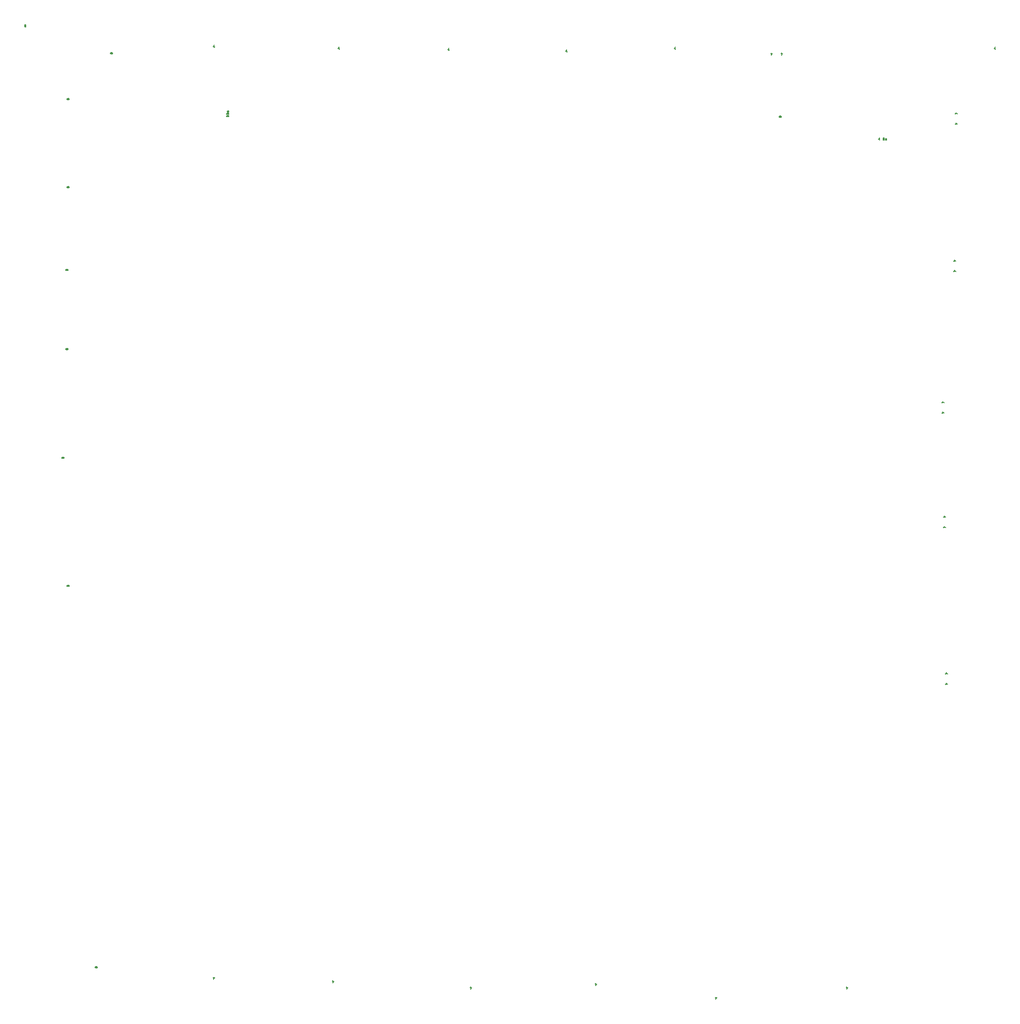
<source format=gbr>
%FSTAX25Y25*%
%MOIN*%
%SFA1B1*%

%IPPOS*%
%ADD34C,0.007874*%
%ADD61C,0.005000*%
G54D61*
X0048196Y0908746D02*
X0048164Y0908726D01*
X0048307*
X0048346*
X0048282*
X0048321Y0908687*
X0048405*
X0048484Y0908647*
X0048479*
X0048445Y0908681*
X0048484Y0908642*
X0048524Y0908602*
X0048636Y090849*
X0048529*
Y09087*
Y0908411*
X0048568*
Y0908563*
X0048608Y0908484*
Y0908444*
X0048674Y0908313*
X0048687Y0908287*
Y0908208*
X0048726Y0908129*
Y090807*
Y0907912*
X0048765Y0907794*
Y0907716*
Y0907677*
Y0907637*
Y0907598*
Y0907662*
X0048726Y0907623*
Y090744*
Y0907362*
Y0907245*
X0048687Y0907127*
Y090715*
X0048647Y0907111*
Y0906968*
Y0907032*
X0048608Y0906993*
Y0906909*
X0048613Y0906919*
X0048563Y0906869*
X0048524Y090683*
X0048372Y0906678*
Y0906785*
X0048523*
X0048392Y0906719*
X0048366Y0906706*
X0048345*
X0048227Y0906667*
X0048188*
X0048149*
X0048213*
X0048174Y0906706*
X0047992*
X0048011*
X0047933Y0906746*
X0047938*
X0047898Y0906785*
X0047859*
X0047893Y0906751*
X0047853Y090679*
X0047814Y090683*
X0047775Y0906869*
X0047809Y0906835*
Y0906875*
X0047769Y0906914*
Y0906953*
X0047685Y0907037*
X004769Y0907027*
Y0907106*
X0047651Y0907185*
Y0907165*
Y0907204*
Y0907244*
Y0907387*
X0047612Y0907426*
Y0907362*
Y0907401*
Y090748*
Y0907519*
Y0907598*
Y0907637*
Y0907716*
Y0907755*
Y0907795*
Y0907834*
Y0907874*
Y0907913*
Y0907952*
Y090803*
X0047651Y0908148*
Y0908248*
X004769Y0908326*
Y0908425*
Y0908214*
X004773*
Y0908503*
Y0908439*
X0047725Y0908434*
X0047782Y0908549*
X0047803Y0908592*
X0047814Y0908602*
X004782Y0908608*
X0048005*
Y0908647*
X0047898*
X0047938Y0908687*
X0047972*
X0048051Y0908726*
X0048111*
X0048229Y0908765*
X0048196Y0908746*
X00478Y09069D02*
Y09085D01*
X00483Y09068D02*
Y09086D01*
X0409159Y088719D02*
X0409513D01*
Y0887375*
X0409159*
Y0886785*
X0409344*
Y0887375*
X0408242*
Y0887359*
X04093Y0888805*
X0409159*
Y088719*
X04084Y08875D02*
Y08876D01*
X04089Y08875D02*
Y08882D01*
X04094Y08873D02*
D01*
X0221102Y0835301D02*
X0221141D01*
X0221181*
X0221161*
X022124Y0835261*
X0221358*
X0221384Y0835248*
X0221515Y0835183*
X022151*
X0221476Y0835216*
X0221516Y0835177*
X0221555Y0835138*
X0221594Y0835098*
X0221673Y083502*
X0221639Y0835053*
Y0835014*
X0221679Y0834975*
Y0834896*
X0221718Y0834857*
Y0834822*
X0221757Y0834744*
Y0834685*
Y0834645*
Y0834709*
X0221718Y083467*
Y0834527*
Y0834528*
X0221679Y083441*
Y0834434*
X0221684Y0834439*
X02216Y0834271*
Y0834276*
X0221634Y083431*
X0221668Y0834344*
X0221482*
Y0834305*
X0221442*
Y0834265*
X0221549*
X022151Y0834226*
X0221471*
X0221431Y0834187*
X0221353*
X0221313Y0834147*
X0221279*
X02212Y0834108*
X022122*
X0221141*
X0221023*
X0220984*
X0220944*
X0220905*
X0220866*
X0220885*
X0220807Y0834147*
X0220708*
X0220733*
X0220738Y0834142*
X022057Y0834226*
X0220531*
X022058Y0834202*
X0220523Y083426*
X0220525Y0834258*
Y0834423*
X0220486*
Y0834316*
X0220446Y0834355*
Y0834394*
X0220407Y0834434*
Y0834429*
X0220349Y0834544*
X0220328Y0834607*
Y0834645*
Y0834685*
Y0834724*
Y0834763*
Y0834699*
X0220368Y0834738*
Y0834881*
Y0834862*
X0220407Y083494*
Y0834975*
X0220373Y0834941*
X0220441Y0835009*
X0220525Y0835177*
Y0835121*
X0220604Y083516*
Y0835104*
X0220497*
X0220609Y0835216*
X0220575Y0835183*
X0220615*
X0220654Y0835222*
X0220733*
X0220772Y0835261*
X0220851*
X022089Y0835301*
X0220866*
X0220944*
X0221023*
X0221062*
X0221102*
X02206Y08343D02*
X02215D01*
X02205Y08348D02*
X02216D01*
X0220826Y0833293D02*
X0220866D01*
X0220905*
X0220984*
X0221061*
X0221179Y0833253*
X0221338*
X0221274*
X0221313Y0833214*
X0221353*
X0221392Y0833175*
X0221431*
X0221426Y083318*
X0221541Y0833122*
X022162Y0833083*
X0221647Y0833047*
X0221639Y0833056*
Y0833006*
X0221723Y0832922*
X0221718Y0832933*
Y0832854*
X0221757Y0832775*
Y0832755*
Y0832716*
Y0832677*
Y0832741*
X0221718Y0832701*
Y0832559*
Y0832519*
Y0832583*
X0221679Y0832544*
Y083246*
X0221673Y083246*
X0221634Y083242*
X0221594Y0832381*
X0221555Y0832342*
X0221516Y0832302*
X0221549Y0832336*
X0221555*
X0221476Y0832297*
X0221437*
X0221358Y0832257*
X0221279*
X02212Y0832218*
X022114*
X0221022Y0832179*
X0220944*
X0220826*
X0220708*
X0220669*
X0220629*
X022059*
X0220551*
X0220511*
X0220472*
X0220394*
X0220276Y0832218*
X0220177*
X0220098Y0832257*
X022*
X0220064*
X0220024Y0832297*
X0219985*
X021999Y0832292*
X0219875Y0832349*
X0219833Y083237*
X0219822Y0832381*
X0219816Y0832387*
Y0832572*
X0219777*
Y0832465*
X0219738Y0832505*
Y0832539*
X0219698Y0832618*
Y0832678*
X0219695Y0832688*
X0219698Y0832691*
Y0832874*
Y0832913*
Y0832893*
X0219711Y0832919*
X0219777Y0833051*
Y0833046*
X0219743Y0833012*
X0219783Y0833051*
X0219822Y083309*
X0219833Y0833101*
X0219911Y083314*
X0219906Y0833135*
X0219901*
X0220069Y0833219*
X0220064Y0833214*
X0220098*
X0220177Y0833253*
X0220157*
X02203*
X0220339Y0833293*
X0220275*
X0220314*
X0220354*
X0220393*
X0220472*
X0220511*
X022059*
X0220629*
X0220708*
X0220748*
X0220787*
X0220826*
X02199Y08324D02*
X02215D01*
X02198Y08329D02*
X02216D01*
X0220826Y0831364D02*
X0220866D01*
X0220846*
X0220925Y0831324*
X0221102*
X0221179*
X0221298Y0831285*
X0221274*
X0221313Y0831246*
X0221456*
X0221392*
X0221431Y0831206*
X0221515*
X0221505Y0831211*
X0221584Y0831133*
X0221624Y0831112*
X0221737Y0831041*
X0221639Y0831087*
Y0831122*
X0221723Y0830954*
X0221718Y0830959*
Y0830943*
X0221757Y0830825*
Y0830787*
Y0830748*
Y0830812*
X0221718Y0830772*
Y0830629*
Y0830551*
Y0830615*
X0221679Y0830575*
Y0830536*
X0221712Y083057*
X0221644Y0830502*
X0221605Y0830423*
X0221594Y0830412*
X0221628Y0830446*
X0221442*
Y0830407*
X0221549*
X022151Y0830368*
X0221431*
X0221392Y0830328*
X0221358*
X0221226Y0830262*
X02212Y083025*
X022114*
X0221022Y083021*
X0220944*
X0220826*
X0220708*
X0220669*
X0220629*
X022059*
X0220551*
X0220511*
X0220472*
X0220394*
X0220315Y0830237*
X0220158Y0830289*
X0220039*
X0220103*
X0220064Y0830328*
X0219921*
X0219985*
X021999Y0830323*
X0219875Y0830381*
X0219816Y083044*
X0219816Y0830439*
Y0830604*
X0219777*
Y0830497*
X0219738Y0830536*
Y083057*
X0219698Y0830649*
Y0830709*
X0219659Y0830827*
X0219642Y0830758*
X0219698Y0830989*
Y0830905*
Y0830944*
Y083092*
X0219693Y0830914*
X0219777Y0831082*
Y0831077*
X0219743Y0831043*
X0219783Y0831083*
X0219822Y0831122*
X0219833Y0831133*
X0220013Y0831223*
Y0831167*
X0219906*
X0219946Y0831206*
X0220024*
X0220108Y083129*
X0220098Y0831285*
X0220118*
X0220407*
Y0831324*
X0220196*
X0220236*
X0220275*
X0220314*
X0220354*
X0220452*
X0220531Y0831364*
X0220511*
X022059*
X0220629*
X0220708*
X0220748*
X0220787*
X0220826*
X02199Y08304D02*
X02215D01*
X02198Y08309D02*
X02216D01*
X0691811Y0830891D02*
X0691889D01*
X0691929*
X0691968*
X0692046*
X0692164Y0830852*
X0692219*
X0692258Y0830812*
X069219*
Y0830773*
X069248*
X069246*
X0692493Y0830747*
X069256Y0830707*
X0692647Y0830621*
X0692624Y0830632*
Y0830748*
Y0830458*
X0692663*
Y083061*
X0692729Y0830478*
X0692742Y0830452*
Y0830433*
Y0830314*
Y0830275*
Y0830236*
Y0830196*
Y0830261*
X0692702Y0830221*
Y0830078*
Y0830098*
X0692663Y0830009*
X069267Y0830031*
X0692657Y0830019*
X0692618Y0829979*
X0692505Y0829867*
Y0829974*
X0692716*
X0692573*
X0692534Y0829935*
X0692494*
X069241Y0829851*
X0692421Y0829856*
X0692381*
X0692303Y0829816*
X0692242*
X0692124Y0829777*
X0692086*
X0691927*
X0691809Y0829738*
X0691732*
X0691692*
X0691653*
X0691614*
X0691574*
X0691599*
X069156Y0829777*
X0691338*
X0691261*
X0691142Y0829816*
X0691122*
X0691043Y0829856*
X0691048*
X0691009Y0829895*
X069093*
X0690935Y082989*
X0690856Y0829929*
X0690835Y0829951*
X0690745Y0830131*
X0690801*
Y0830171*
X0690761*
Y0830103*
X0690677Y0830187*
X0690683Y0830177*
Y0830236*
Y0830314*
Y0830354*
Y0830393*
Y0830433*
Y0830408*
X0690722Y0830447*
Y0830526*
X0690761Y0830565*
Y0830605*
X0690727Y0830571*
X0690796Y0830639*
X0690816Y0830679*
X069085Y0830704*
X0690839Y0830694*
X0690846*
X0691014Y0830778*
X0691009Y0830773*
X0691087*
X0691171Y0830857*
X0691161Y0830852*
X0691141*
X0691181*
X069122*
X0691363*
X0691402Y0830891*
X0691377*
X0691417*
X0691456*
X0691535*
X0691574*
X0691653*
X0691732*
X0691771*
X0691811*
X0691Y08299D02*
X06924D01*
X06908Y08304D02*
X06927D01*
X0602072Y0888175D02*
X0602427D01*
Y0888399*
X0602072*
Y0887809*
X0602297*
Y0888399*
X0601194*
Y0888345*
X0602216Y0889789*
X0602072*
Y0888175*
X06015Y08885D02*
Y08887D01*
X0602Y08885D02*
Y08895D01*
X0509671Y0885694D02*
X0509986D01*
Y0885879*
X0509671*
Y0885289*
X0509856*
Y0885879*
X0508753*
Y0885865*
X0509775Y0887309*
X0509671*
Y0885694*
X0509Y0886D02*
Y08861D01*
X05095Y0886D02*
Y08868D01*
X0315655Y0888175D02*
X0316009D01*
Y0888399*
X0315655*
Y0887809*
X031584*
Y0888399*
X0314738*
Y0888343*
X0315796Y0889789*
X0315655*
Y0888175*
X0315Y08885D02*
Y08887D01*
X03155Y08885D02*
Y08893D01*
X0209159Y0889671D02*
X0209513D01*
Y0889895*
X0209159*
Y0889305*
X0209344*
Y0889895*
X0208242*
Y0889841*
X0209301Y0891324*
X0209159*
Y0889671*
X02085Y089D02*
Y08902D01*
X0209Y089D02*
Y08908D01*
X087471Y0888175D02*
X0875064D01*
Y0888399*
X087471*
Y0887809*
X0874895*
Y0888399*
X0873832*
Y0888345*
X0874853Y0889789*
X087471*
Y0888175*
X08741Y08885D02*
Y08887D01*
X08746Y08885D02*
Y08893D01*
X0776167Y0810694D02*
X0776482D01*
Y0810879*
X0776167*
Y0810289*
X0776352*
Y0810879*
X077525*
Y0810865*
X0776271Y0812309*
X0776167*
Y0810694*
X07754Y0811D02*
Y08111D01*
X07759Y0811D02*
Y08117D01*
X07764Y08108D02*
D01*
X07816Y0811639D02*
X0781889D01*
X0781929*
X0781968*
X0781967*
X0782085Y08116*
X0782106*
X0782106Y0811594*
X0782146Y0811555*
X0782214Y0811487*
X078219Y0811499*
Y081151*
X0782303Y0811398*
X0782342Y0811358*
X0782309Y0811392*
Y0811397*
X0782348Y0811318*
Y0811279*
X0782387Y08112*
Y081122*
Y0811082*
X0782427Y0811003*
Y0810984*
Y0810944*
Y0811009*
X0782387Y0810969*
Y0810826*
Y0810787*
Y0810749*
X0782348Y0810631*
Y081057*
X0782309Y0810492*
Y0810643*
X0782269*
Y0810457*
X0782303Y0810491*
X0782264Y0810452*
X0782185Y0810373*
X0782174Y0810362*
X0782096Y0810323*
X0782101Y0810328*
X0782061*
X0782022Y0810289*
X0782047*
X0781909*
X078183Y081025*
X0781811*
X0781771*
X0781732*
X0781692*
X0781757*
X0781717Y0810289*
X0781633*
X0781555Y0810328*
X078152*
X0781481Y0810368*
X0781397*
X0781397Y0810373*
X0781431Y0810339*
Y0810525*
X0781391*
Y0810418*
X0781352Y0810457*
Y0810497*
X0781312Y0810536*
Y0810575*
X0781273Y0810615*
Y0810649*
X0781234Y0810728*
Y0810767*
X0781194Y0810846*
Y0810866*
Y0810944*
Y0810984*
Y0811023*
Y0811003*
X0781234Y0811082*
Y0811181*
Y0811259*
Y081124*
X0781273Y0811318*
Y0811358*
X0781299Y081139*
X0781339Y0811458*
X0781357Y0811476*
X0781397Y0811516*
X0781436Y0811555*
X0781402Y0811521*
X0781442*
X0781481Y0811561*
X078152*
X0781591Y0811631*
X0781615Y0811639*
X0781692*
X0781791*
X078187Y0811679*
X07816*
Y0811639*
X07814Y08105D02*
Y08115D01*
X07819Y08104D02*
Y08115D01*
X0779921Y0812309D02*
X077996D01*
X077994*
X0780019Y0812269*
X0780053*
X0780093Y081223*
X0779986*
Y081219*
X0780172*
X0780138Y0812224*
X0780177Y0812185*
X0780188Y0812174*
X0780278Y0811994*
X0780222*
Y0812101*
X0780306Y0812017*
X0780301Y0812027*
Y0811988*
X078034Y0811909*
Y0811786*
X0780379Y0811746*
Y0811811*
Y0811771*
Y0811732*
Y0811692*
Y0811594*
X0780419Y0811515*
Y0811535*
Y0811496*
Y0811417*
Y0811338*
Y0811299*
Y0811259*
Y081122*
Y0811181*
Y0811141*
Y0811062*
Y0811064*
X0780379Y0810946*
Y0810827*
X078034Y0810709*
Y0810629*
Y0810801*
X0780301*
Y0810511*
Y0810531*
X0780275Y0810498*
X0780235Y0810431*
X0780177Y0810373*
X0780211Y0810407*
X0780025*
Y0810368*
X0779986*
Y0810328*
X0780053*
X0780014Y0810289*
X077998*
X0779901Y081025*
X0779842*
X0779803*
X0779763*
X0779827*
X0779788Y0810289*
X0779645*
X0779665*
X0779586Y0810328*
X0779591*
X0779625Y0810294*
X0779513Y0810407*
X0779429*
X0779477Y0810383*
X0779453Y0810417*
X0779462Y0810406*
Y0810354*
Y0810497*
X0779378Y0810581*
X0779383Y081057*
Y0810694*
X0779344Y0810733*
Y0810807*
X0779305Y0810885*
Y0811003*
X0779265Y0811082*
Y0811141*
Y0811299*
Y0811338*
Y0811417*
Y0811456*
Y0811496*
Y0811494*
X0779305Y0811612*
Y0811731*
X0779344Y0811849*
Y0811968*
Y0811757*
X0779383*
Y0812047*
Y0812027*
X0779396Y0812053*
X0779418Y0812096*
X0779428Y0812106*
X0779536Y0812214*
X0779524Y081219*
X0779409*
X0779698*
Y0812325*
X0779586Y0812269*
X0779625*
X0779704Y0812309*
X0779763*
X0779842*
X0779881*
X0779921*
X07795Y08105D02*
Y08121D01*
X078Y08105D02*
Y08123D01*
X06366Y0080104D02*
X0637702D01*
Y0080158*
X0636642Y0078675*
X0636785*
Y0080328*
X0636431*
Y0080104*
X0636785*
Y0080694*
X06366*
Y0080104*
X06366Y00788D02*
Y00787D01*
Y00802D02*
Y00807D01*
X06371Y00795D02*
Y008D01*
X0534159Y00916D02*
X0535261D01*
Y0091656*
X0534203Y009021*
X0534344*
Y0091824*
X053399*
Y00916*
X0534344*
Y009219*
X0534159*
Y00916*
X05342Y00903D02*
Y00902D01*
Y00917D02*
Y00922D01*
X05347Y0091D02*
Y00915D01*
X0427663Y0088608D02*
X0428765D01*
Y0088662*
X0427705Y0087179*
X0427848*
Y0088832*
X0427494*
Y0088608*
X0427848*
Y0089198*
X0427663*
Y0088608*
X04277Y00873D02*
Y00872D01*
Y00887D02*
Y00892D01*
X04282Y0088D02*
Y00885D01*
X0310143Y009412D02*
X0311246D01*
Y0094134*
X0310224Y009269*
X0310328*
Y0094305*
X0310013*
Y009412*
X0310328*
Y009471*
X0310143*
Y009412*
X03102Y00928D02*
Y00927D01*
Y00942D02*
Y00947D01*
X03107Y00936D02*
Y0094D01*
X0208568Y0097112D02*
X0209671D01*
Y0097164*
X0208648Y0095683*
X0208793*
Y0097336*
X0208438*
Y0097112*
X0208793*
Y0097702*
X0208568*
Y0097112*
X02086Y00958D02*
Y00957D01*
Y00972D02*
Y00977D01*
X02091Y00965D02*
Y0097D01*
X0748135Y0088608D02*
X0749238D01*
Y008866*
X0748215Y0087179*
X074836*
Y0088832*
X0748005*
Y0088608*
X074836*
Y0089198*
X0748135*
Y0088608*
X07482Y00873D02*
Y00872D01*
Y00887D02*
Y00892D01*
X07487Y00881D02*
Y00885D01*
X0121811Y0884907D02*
X0121889D01*
X0121825*
X0121864Y0884868*
X0122086*
X0122164*
X0122282Y0884828*
X0122303*
X0122381Y0884789*
X012248*
X0122269*
Y088475*
X0122494*
X0122461Y0884783*
X0122568Y0884676*
X0122647Y0884637*
X0122624Y088466*
Y0884474*
X0122663*
Y0884542*
X0122747Y0884458*
X0122742Y0884468*
Y0884409*
Y088433*
Y0884291*
Y0884251*
Y0884212*
Y0884232*
X0122702Y0884153*
Y0884055*
Y0884119*
X0122736Y0884153*
X0122624Y088404*
Y0883956*
X0122618Y0883956*
X0122652Y088399*
X0122612*
X0122573Y088395*
X0122534*
X0122494Y0883911*
X01225*
X0122332Y0883827*
X0122337Y0883832*
X0122303*
X0122224Y0883793*
X0122106*
X0122027Y0883753*
X0121968*
X012185*
X0121732*
X0121692*
X0121653*
X0121614*
X0121574*
X0121496*
X0121456*
X0121379*
X0121261Y0883793*
X0121205*
X0121166Y0883832*
X0121087*
X0121048Y0883872*
X0120964*
X0120931Y0883898*
X012082Y0883963*
X0120705Y0884036*
X0120801Y0883991*
Y0884001*
X0120761Y088404*
Y0884035*
X0120696Y0884166*
X0120683Y0884192*
Y0884212*
Y088433*
Y088437*
Y0884409*
Y0884448*
Y0884429*
X0120722Y0884507*
Y0884547*
X0120761Y0884635*
X0120755Y0884614*
X0120767Y0884626*
X0120778Y0884637*
X0120856Y0884676*
X0120924Y0884744*
X0120935Y0884755*
X0120925Y088475*
X0120964*
X0121132Y0884833*
X0121127Y0884828*
X0121102*
X0121141*
X0121431*
Y0884868*
X012122*
X0121259*
X0121299*
X0121377*
X012152*
X012156Y0884907*
X0121535*
X0121574*
X0121653*
X0121732*
X0121771*
X0121811*
X01209Y0884D02*
X01225D01*
X01208Y08845D02*
X01225D01*
X0692663Y088412D02*
X0693765D01*
Y0884136*
X0692707Y088269*
X0692848*
Y0884305*
X0692494*
Y088412*
X0692848*
Y088471*
X0692663*
Y088412*
X06927Y08828D02*
Y08827D01*
Y08842D02*
Y08847D01*
X06932Y08835D02*
Y0884D01*
X06937Y08841D02*
Y0884D01*
X0683844Y088412D02*
X0684946D01*
Y0884136*
X0683888Y088269*
X0684029*
Y0884305*
X0683675*
Y088412*
X0684029*
Y088471*
X0683844*
Y088412*
X06839Y08828D02*
Y08827D01*
Y08842D02*
Y08847D01*
X06844Y08836D02*
Y0884D01*
X0108818Y01066D02*
X0108858D01*
X0108833*
X0108872Y0106561*
X0109094*
X0109172*
X010929Y0106521*
X0109311*
X0109389Y0106482*
X0109384*
X0109424Y0106442*
X0109502*
X0109468Y0106476*
X0109576Y0106369*
X0109616Y0106349*
X0109729Y0106277*
X0109631Y0106323*
Y0106167*
X0109671*
Y0106235*
X010971Y0106195*
Y0106179*
X010975Y0106061*
Y0106023*
Y0105984*
Y0105944*
Y0106009*
X010971Y0105969*
Y0105787*
Y0105851*
X0109671Y0105812*
Y0105772*
X0109705Y0105806*
X0109592Y0105694*
Y0105615*
X0109655Y0105677*
X0109576Y0105638*
X0109581Y0105643*
X0109542*
X0109502Y0105604*
X0109507*
X0109376Y0105538*
X010935Y0105525*
X0109329*
X0109211Y0105486*
X0109132*
X0109014Y0105446*
X0108976*
X0108858*
X01087*
X0108661*
X0108582*
X0108543*
X0108503*
X0108464*
X0108387*
X0108268Y0105486*
X0108169*
X010809Y0105525*
X0107992*
X0108202*
Y0105564*
X0107972*
X0107946Y0105577*
X0107903Y0105599*
X0107864Y0105638*
X0107785Y0105677*
X0107809Y0105654*
Y0105694*
X0107696Y0105806*
X010773Y0105772*
Y0105807*
X010769Y0105885*
Y0105905*
Y0106023*
Y0106062*
Y0106102*
Y0106141*
Y0106122*
X010773Y01062*
Y010624*
X0107769Y0106328*
X0107763Y0106307*
X0107775Y0106319*
X0107814Y0106358*
X0107825Y0106369*
X0108005Y0106459*
Y0106403*
X0107898*
X0107938Y0106442*
X0108016*
X01081Y0106526*
X010809Y0106521*
X010811*
X0108253*
X0108292Y0106561*
X0108228*
X0108267*
X0108307*
X0108346*
X0108528*
X0108568Y01066*
X0108503*
X0108582*
X0108661*
X01087*
X010874*
X0108779*
X0108818*
X0108Y01056D02*
X01095D01*
X01078Y01061D02*
X01097D01*
X0834316Y0355776D02*
Y0355919D01*
X0832663*
Y0355564*
X0832887*
Y0355919*
X0832297*
Y0355734*
X0832887*
Y0356836*
X0832833*
X0834316Y0355776*
X08324Y03558D02*
X08328D01*
X0833Y03563D02*
X08335D01*
X0834316Y0346957D02*
Y03471D01*
X0832663*
Y0346746*
X0832887*
Y03471*
X0832297*
Y0346915*
X0832887*
Y0348017*
X0832833*
X0834316Y0346957*
X08324Y03469D02*
X08328D01*
X0833Y03474D02*
X08336D01*
X0833Y03479D02*
X08329D01*
X083282Y0489202D02*
Y0489344D01*
X0831167*
Y048899*
X0831391*
Y0489344*
X0830801*
Y0489159*
X0831391*
Y0490261*
X0831337*
X083282Y0489202*
X08309Y04892D02*
X08313D01*
X08315Y04897D02*
X08321D01*
X08315Y04902D02*
X08314D01*
X083282Y0480419D02*
Y0480525D01*
X0831167*
Y0480171*
X0831391*
Y0480525*
X0830801*
Y048034*
X0831391*
Y0481442*
X0831339*
X083282Y0480419*
X08309Y04804D02*
X08313D01*
X08315Y04809D02*
X0832D01*
X0831324Y0586797D02*
Y0586903D01*
X0829671*
Y0586588*
X0829895*
Y0586903*
X0829305*
Y0586718*
X0829895*
Y058782*
X0829843*
X0831324Y0586797*
X08294Y05868D02*
X08298D01*
X083Y05873D02*
X08305D01*
X0831324Y0577979D02*
Y0578084D01*
X0829671*
Y0577769*
X0829895*
Y0578084*
X0829305*
Y0577899*
X0829895*
Y0579001*
X0829843*
X0831324Y0577979*
X08294Y0578D02*
X08298D01*
X083Y05785D02*
X08305D01*
X0841324Y0707272D02*
Y0707415D01*
X0839671*
Y0707061*
X0839895*
Y0707415*
X0839305*
Y070723*
X0839895*
Y0708332*
X0839841*
X0841324Y0707272*
X08394Y07073D02*
X08398D01*
X084Y07078D02*
X08405D01*
X0841324Y0698454D02*
Y0698596D01*
X0839671*
Y0698242*
X0839895*
Y0698596*
X0839305*
Y0698411*
X0839895*
Y0699513*
X0839841*
X0841324Y0698454*
X08394Y06984D02*
X08398D01*
X084Y06989D02*
X08406D01*
X084Y06994D02*
X08399D01*
X084282Y0832705D02*
Y0832848D01*
X0841167*
Y0832494*
X0841391*
Y0832848*
X0840801*
Y0832663*
X0841391*
Y0833765*
X0841337*
X084282Y0832705*
X08409Y08327D02*
X08413D01*
X08415Y08332D02*
X08421D01*
X08415Y08337D02*
X08414D01*
X084282Y0823887D02*
Y0824029D01*
X0841167*
Y0823675*
X0841391*
Y0824029*
X0840801*
Y0823844*
X0841391*
Y0824946*
X0841337*
X084282Y0823887*
X08409Y08239D02*
X08413D01*
X08415Y08244D02*
X0842D01*
X0084842Y0845891D02*
X0084881D01*
X0084921*
X008496*
X0085038*
X0085156Y0845852*
X0085255*
X0085334Y0845812*
X0085329*
X0085368Y0845773*
X0085452*
X0085478Y084576*
X0085521Y0845739*
X0085531Y0845728*
X0085639Y0845621*
X0085616Y0845632*
Y0845644*
X0085728Y0845531*
X0085694Y0845565*
Y0845531*
X0085734Y0845452*
Y0845433*
Y0845314*
Y0845275*
Y0845236*
Y0845196*
Y0845157*
Y0845221*
X0085694Y0845182*
Y0845098*
X0085655Y0845019*
Y0845024*
X0085689Y0845058*
X0085649Y0845019*
X008561Y0844979*
X0085498Y0844867*
Y0844974*
X0085708*
X0085565*
X0085526Y0844935*
X0085486*
X0085374Y0844822*
X0085408Y0844856*
X0085374*
X0085295Y0844816*
X0085235*
X0085116Y0844777*
X0085078*
X008492*
X0084801Y0844738*
X0084724*
X0084685*
X0084645*
X0084606*
X0084566*
X0084586*
X0084507Y0844777*
X008433*
X0084253*
X0084135Y0844816*
X0084114*
X0084035Y0844856*
X008404*
X0084001Y0844895*
X0083922*
X0083927Y084489*
X0083848Y0844929*
X0083827Y0844951*
X0083737Y0845131*
X0083793*
Y084498*
X0083709Y0845148*
X0083714Y0845142*
Y0845158*
X0083675Y0845276*
Y0845314*
Y0845354*
Y0845393*
Y0845374*
X0083714Y0845452*
Y0845551*
Y0845526*
X008368Y0845492*
X0083793Y0845605*
Y0845498*
X0083686*
X0083827Y0845639*
X0083866Y0845718*
X0083877Y0845728*
X0083843Y0845694*
X0083779*
X0083922*
X0084035Y0845807*
X0084001Y0845773*
X0084035*
X0084166Y0845839*
X0084192Y0845852*
X0084173*
X0084212*
X0084251*
X0084394*
X0084434Y0845891*
X008437*
X0084409*
X0084448*
X0084527*
X0084566*
X0084645*
X0084724*
X0084763*
X0084803*
X0084842*
X00839Y08449D02*
X00854D01*
X00838Y08454D02*
X00857D01*
X0084842Y0431403D02*
X0084881D01*
X0084921*
X008492*
X0085038Y0431364*
X0085156*
X0085274Y0431324*
X008529*
X0085329Y0431285*
X0085472*
X0085261*
Y0431246*
X0085531*
X0085531Y043124*
X008561Y0431161*
X0085689Y0431083*
X00857Y0431072*
X0085694Y0431082*
Y0431043*
X0085734Y0430964*
Y0430905*
Y0430826*
Y0430787*
Y0430748*
Y0430708*
Y0430669*
Y0430688*
X0085694Y043061*
Y0430615*
X0085655Y0430575*
Y0430536*
X008566Y0430541*
X0085621Y0430463*
X008561Y0430452*
X0085644Y0430486*
X0085605*
X0085565Y0430446*
X0085526*
X0085486Y0430407*
X0085447*
X0085408Y0430368*
X0085374*
X0085242Y0430302*
X0085216Y0430289*
X0085157*
X0085038*
X008492Y043025*
X0084842*
X0084724*
X0084685*
X0084645*
X0084606*
X0084566*
X0084527*
X0084489*
X0084371Y0430289*
X0084253*
X0084135Y0430328*
X0084055*
X0084226*
Y0430368*
X0083937*
X0083956*
X0083923Y0430394*
X0083856Y0430433*
X0083798Y0430491*
X0083759Y0430531*
X0083793Y0430497*
Y0430536*
X0083709Y043062*
X0083714Y043061*
Y0430688*
X0083675Y0430767*
Y0430826*
Y0430866*
Y0430905*
Y0430841*
X0083714Y043088*
Y0431062*
Y0431043*
X008372Y0431043*
X0083759Y0431083*
X0083798Y0431122*
X0083838Y0431161*
X0083877Y0431201*
X0083916Y043124*
X0083883Y0431206*
X0083922*
X0083961Y0431246*
X0083956*
X0084088Y0431311*
X0084114Y0431324*
X0084237*
X0084276Y0431364*
X0084212*
X0084251*
X0084291*
X008433*
X008437*
X0084513*
X0084552Y0431403*
X0084527*
X0084566*
X0084645*
X0084724*
X0084763*
X0084803*
X0084842*
X0084Y04304D02*
X00855D01*
X00838Y04309D02*
X00857D01*
X0083818Y0700379D02*
X0083858D01*
X0083937*
X0083976*
X0084053*
X0084172Y070034*
X0084227*
X0084266Y0700301*
X0084448*
X0084238*
Y0700261*
X0084468*
X0084501Y0700235*
X0084612Y070017*
X0084727Y0700097*
X0084631Y0700142*
Y0700132*
X0084671Y0700093*
Y0700098*
X008471Y0700019*
Y069994*
X008475Y0699862*
Y0699803*
Y0699763*
Y0699724*
Y0699788*
X008471Y0699749*
Y0699606*
Y069967*
X0084671Y0699631*
Y0699547*
X0084631Y0699458*
X0084638Y069948*
X0084655Y0699496*
X0084474Y0699406*
Y0699462*
X0084581*
X0084542Y0699423*
X0084502*
X0084463Y0699383*
X0084429*
X008435Y0699344*
X0084329*
X0084211Y0699305*
X0084132*
X0084014Y0699265*
X0083976*
X0083858*
X00837*
X0083661*
X0083582*
X0083543*
X0083503*
X0083464*
X0083387*
X0083268Y0699305*
X0083169*
X008309Y0699344*
X0082992*
X0083056*
X0083061Y0699339*
X0082946Y0699396*
X0082903Y0699418*
X0082864Y0699457*
X0082785Y0699496*
X0082809Y0699473*
Y0699513*
X0082696Y0699625*
X008273Y0699591*
Y0699625*
X008269Y0699704*
Y0699724*
Y0699803*
Y0699842*
Y0699881*
Y069996*
Y0699896*
X008273Y0699935*
Y0700014*
X0082769Y0700053*
Y0700093*
X0082809Y0700132*
Y0700172*
X0082775Y0700138*
X0082814Y0700177*
X0082825Y0700188*
X0082903Y0700227*
X0082898Y0700222*
X0082893*
X0083061Y0700306*
X0083056Y0700301*
X008309*
X0083169Y070034*
X0083149*
X0083188*
X0083478*
Y0700379*
X0083267*
X0083307*
X0083346*
X0083425*
X0083464*
X0083503*
X0083582*
X0083661*
X00837*
X008374*
X0083779*
X0083818*
X00829Y06995D02*
X00847D01*
X00828Y07D02*
X00847D01*
X0084842Y0770891D02*
X0084881D01*
X0084921*
X008496*
X0085038*
X0085156Y0770852*
X0085255*
X0085334Y0770812*
X0085329*
X0085368Y0770773*
X0085452*
X0085478Y077076*
X0085521Y0770739*
X0085531Y0770728*
X0085639Y0770621*
X0085616Y0770632*
Y0770644*
X0085728Y0770531*
X0085694Y0770565*
Y0770531*
X0085734Y0770452*
Y0770433*
Y0770314*
Y0770275*
Y0770236*
Y0770196*
Y0770157*
Y0770221*
X0085694Y0770182*
Y0770098*
X0085655Y0770019*
Y0770024*
X0085689Y0770058*
X0085649Y0770019*
X008561Y0769979*
X0085498Y0769867*
Y0769974*
X0085708*
X0085565*
X0085526Y0769935*
X0085486*
X0085374Y0769822*
X0085408Y0769856*
X0085374*
X0085295Y0769816*
X0085235*
X0085116Y0769777*
X0085078*
X008492*
X0084801Y0769738*
X0084724*
X0084685*
X0084645*
X0084606*
X0084566*
X0084586*
X0084507Y0769777*
X008433*
X0084253*
X0084135Y0769816*
X0084114*
X0084035Y0769856*
X008404*
X0084001Y0769895*
X0083922*
X0083927Y076989*
X0083848Y0769929*
X0083827Y0769951*
X0083737Y0770131*
X0083793*
Y076998*
X0083709Y0770148*
X0083714Y0770142*
Y0770158*
X0083675Y0770276*
Y0770314*
Y0770354*
Y0770393*
Y0770374*
X0083714Y0770452*
Y0770551*
Y0770526*
X008368Y0770492*
X0083793Y0770605*
Y0770498*
X0083686*
X0083827Y0770639*
X0083866Y0770718*
X0083877Y0770728*
X0083843Y0770694*
X0083779*
X0083922*
X0084035Y0770807*
X0084001Y0770773*
X0084035*
X0084166Y0770839*
X0084192Y0770852*
X0084173*
X0084212*
X0084251*
X0084394*
X0084434Y0770891*
X008437*
X0084409*
X0084448*
X0084527*
X0084566*
X0084645*
X0084724*
X0084763*
X0084803*
X0084842*
X00839Y07699D02*
X00854D01*
X00838Y07704D02*
X00857D01*
X0083715Y0632938D02*
X0083858D01*
X0083937*
X0083976*
X0084094*
X0084172*
X008429Y0632899*
X0084311*
X0084389Y063286*
X0084384*
X0084379Y0632865*
X0084547Y0632781*
X0084579Y0632755*
X0084612Y0632736*
X0084688Y0632584*
X0084631*
Y0632691*
X0084671Y0632652*
Y0632657*
X008471Y0632578*
Y0632557*
X008475Y0632439*
Y0632401*
Y0632362*
Y0632322*
Y0632283*
Y0632347*
X008471Y0632308*
Y0632165*
Y0632229*
X0084671Y063219*
Y063215*
X0084676Y0632155*
X0084592Y0631988*
Y0631993*
X0084655Y0632055*
X0084576Y0632016*
X0084581Y0632021*
X0084542*
X0084429Y0631909*
X0084463Y0631942*
X0084429*
X008435Y0631903*
X0084329*
X0084211Y0631864*
X0084132*
X0084014Y0631824*
X0083976*
X0083858*
X00837*
X0083661*
X0083582*
X0083543*
X0083503*
X0083464*
X0083387*
X0083268Y0631864*
X0083169*
X008309Y0631903*
X0082992*
X0083202*
Y0631942*
X0082972*
X0082946Y0631955*
X0082903Y0631977*
X0082864Y0632016*
X0082785Y0632055*
X0082809Y0632032*
Y0632072*
X0082696Y0632184*
X008273Y063215*
Y0632185*
X008269Y0632263*
Y0632283*
Y0632401*
Y063244*
Y063248*
Y0632519*
Y06325*
X008273Y0632578*
Y0632618*
X0082769Y0632706*
X0082763Y0632685*
X0082775Y0632697*
X0082814Y0632736*
X0082825Y0632747*
X0083005Y0632837*
Y0632781*
X0082898*
X0082938Y063282*
X0083016*
X00831Y0632904*
X008309Y0632899*
X008311*
X0083149*
X0083292*
X0083331Y0632938*
X0083267*
X0083307*
X0083346*
X0083425*
X0083464*
X0083503*
X0083641*
X008372Y0632978*
X00837*
X008374*
X0083675*
X0083715Y0632938*
X0083Y0632D02*
X00845D01*
X00828Y06325D02*
X00847D01*
X0080314Y0540379D02*
X0080354D01*
X0080433*
X0080472*
X0080549*
X0080668Y054034*
X0080723*
X0080762Y0540301*
X0080944*
X0080734*
Y0540261*
X0080964*
X0080997Y0540235*
X0081108Y054017*
X0081223Y0540097*
X0081127Y0540142*
Y0540132*
X0081167Y0540093*
Y0540098*
X0081233Y0539966*
X0081246Y053994*
Y0539921*
Y0539803*
Y0539763*
Y0539724*
Y0539685*
Y0539749*
X0081206Y0539709*
Y0539566*
Y0539631*
X0081211Y0539636*
X0081127Y0539468*
Y0539473*
X0081161Y0539507*
X0081122Y0539468*
X0081156Y0539501*
X008097*
Y0539462*
X0081077*
X0081038Y0539423*
X0080998*
X0080959Y0539383*
X008088*
X0080841Y0539344*
X0080807*
X0080728Y0539305*
X008061*
X0080531Y0539265*
X0080472*
X0080354*
X0080196*
X0080157*
X0080118*
X0080039*
X008*
X007996*
X0079883*
X0079764Y0539305*
X0079709*
X007967Y0539344*
X0079488*
X0079552*
X0079557Y0539339*
X0079478Y0539378*
X0079439Y0539418*
X0079324Y0539475*
X0079209Y0539547*
X0079305Y0539503*
Y0539513*
X0079265Y0539552*
Y0539547*
X0079199Y0539678*
X0079187Y0539704*
Y0539724*
Y0539803*
Y0539842*
Y0539881*
Y053996*
Y0539896*
X0079226Y0539935*
Y0540014*
X0079265Y0540053*
Y0540093*
X0079305Y0540132*
Y0540172*
X0079271Y0540138*
X007931Y0540177*
X0079321Y0540188*
X007931Y0540183*
X0079541*
Y0540222*
X0079473*
X0079557Y0540306*
X0079547Y0540301*
X0079586*
X0079665Y054034*
X0079645*
X0079685*
X0079974*
Y0540379*
X0079763*
X0079803*
X0079842*
X0079921*
X007996*
X0080039*
X0080078*
X0080157*
X0080196*
X0080236*
X0080275*
X0080314*
X00794Y05395D02*
X0081D01*
X00793Y054D02*
X00812D01*
M02*
</source>
